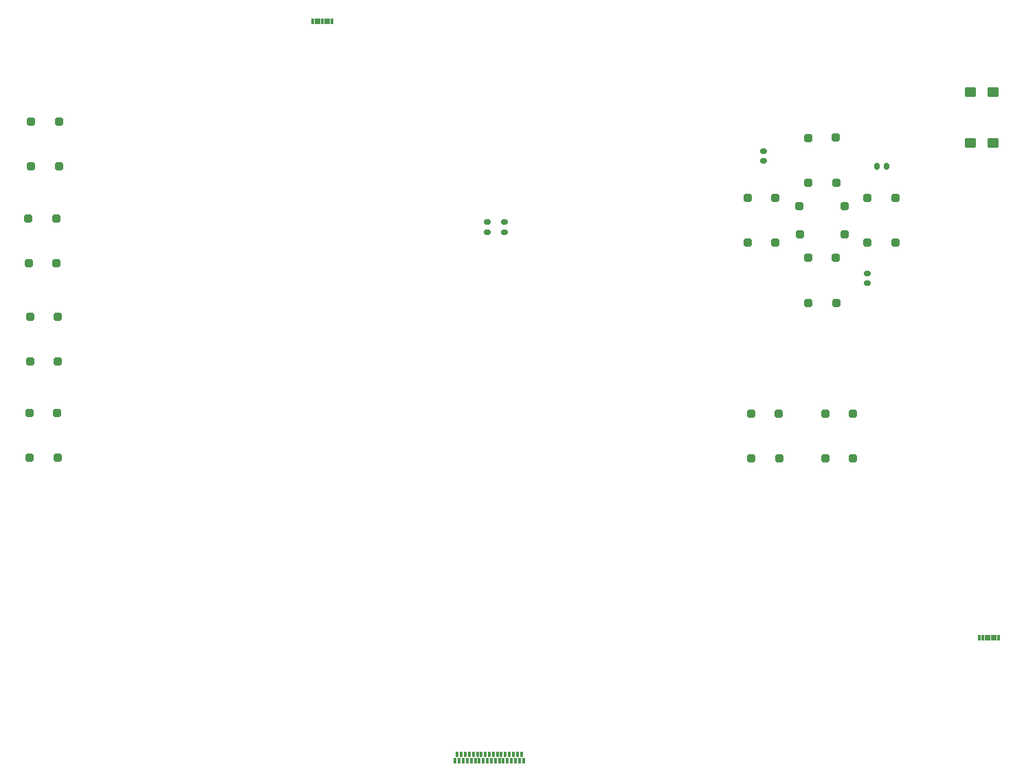
<source format=gtp>
%TF.GenerationSoftware,KiCad,Pcbnew,9.0.3*%
%TF.CreationDate,2025-08-10T18:34:40+03:00*%
%TF.ProjectId,Back,4261636b-2e6b-4696-9361-645f70636258,rev?*%
%TF.SameCoordinates,Original*%
%TF.FileFunction,Paste,Top*%
%TF.FilePolarity,Positive*%
%FSLAX46Y46*%
G04 Gerber Fmt 4.6, Leading zero omitted, Abs format (unit mm)*
G04 Created by KiCad (PCBNEW 9.0.3) date 2025-08-10 18:34:40*
%MOMM*%
%LPD*%
G01*
G04 APERTURE LIST*
G04 Aperture macros list*
%AMRoundRect*
0 Rectangle with rounded corners*
0 $1 Rounding radius*
0 $2 $3 $4 $5 $6 $7 $8 $9 X,Y pos of 4 corners*
0 Add a 4 corners polygon primitive as box body*
4,1,4,$2,$3,$4,$5,$6,$7,$8,$9,$2,$3,0*
0 Add four circle primitives for the rounded corners*
1,1,$1+$1,$2,$3*
1,1,$1+$1,$4,$5*
1,1,$1+$1,$6,$7*
1,1,$1+$1,$8,$9*
0 Add four rect primitives between the rounded corners*
20,1,$1+$1,$2,$3,$4,$5,0*
20,1,$1+$1,$4,$5,$6,$7,0*
20,1,$1+$1,$6,$7,$8,$9,0*
20,1,$1+$1,$8,$9,$2,$3,0*%
%AMFreePoly0*
4,1,7,0.150000,0.330000,0.150000,-0.365000,-0.150000,-0.365000,-0.150000,0.330000,-0.050000,0.370000,0.050000,0.370000,0.150000,0.330000,0.150000,0.330000,$1*%
%AMFreePoly1*
4,1,7,0.150000,-0.275000,0.050000,-0.315000,-0.050000,-0.315000,-0.150000,-0.275000,-0.150000,0.300000,0.150000,0.300000,0.150000,-0.275000,0.150000,-0.275000,$1*%
G04 Aperture macros list end*
%ADD10FreePoly0,0.000000*%
%ADD11FreePoly1,0.000000*%
%ADD12RoundRect,0.150000X-0.250000X0.150000X-0.250000X-0.150000X0.250000X-0.150000X0.250000X0.150000X0*%
%ADD13RoundRect,0.150000X0.250000X-0.150000X0.250000X0.150000X-0.250000X0.150000X-0.250000X-0.150000X0*%
%ADD14RoundRect,0.150000X-0.150000X-0.250000X0.150000X-0.250000X0.150000X0.250000X-0.150000X0.250000X0*%
%ADD15RoundRect,0.250000X-0.250000X-0.250000X0.250000X-0.250000X0.250000X0.250000X-0.250000X0.250000X0*%
%ADD16RoundRect,0.250000X0.250000X0.250000X-0.250000X0.250000X-0.250000X-0.250000X0.250000X-0.250000X0*%
%ADD17R,0.300000X0.730000*%
%ADD18RoundRect,0.250000X0.250000X-0.250000X0.250000X0.250000X-0.250000X0.250000X-0.250000X-0.250000X0*%
%ADD19RoundRect,0.120000X-0.580000X0.480000X-0.580000X-0.480000X0.580000X-0.480000X0.580000X0.480000X0*%
G04 APERTURE END LIST*
D10*
%TO.C,J1*%
X113803183Y-134546817D03*
D11*
X114053183Y-133796817D03*
D10*
X114297301Y-134546817D03*
D11*
X114546933Y-133796817D03*
D10*
X114791418Y-134546817D03*
D11*
X115040683Y-133796817D03*
D10*
X115285536Y-134546817D03*
D11*
X115534433Y-133796817D03*
D10*
X115779654Y-134546817D03*
D11*
X116028183Y-133796817D03*
D10*
X116273771Y-134546817D03*
D11*
X116521933Y-133796817D03*
D10*
X116767889Y-134546817D03*
D11*
X117015683Y-133796817D03*
D10*
X117262007Y-134546817D03*
D11*
X117509433Y-133796817D03*
D10*
X117756124Y-134546817D03*
D11*
X118003183Y-133796817D03*
D10*
X118250242Y-134546817D03*
D11*
X118496933Y-133796817D03*
D10*
X118744359Y-134546817D03*
D11*
X118990683Y-133796817D03*
D10*
X119238477Y-134546817D03*
D11*
X119484433Y-133796817D03*
D10*
X119732595Y-134546817D03*
D11*
X119978183Y-133796817D03*
D10*
X120226712Y-134546817D03*
D11*
X120471933Y-133796817D03*
D10*
X120720830Y-134546817D03*
D11*
X120965683Y-133796817D03*
D10*
X121214948Y-134546817D03*
D11*
X121459433Y-133796817D03*
D10*
X121709065Y-134546817D03*
D11*
X121953183Y-133796817D03*
D10*
X122203183Y-134546817D03*
%TD*%
D12*
%TO.C,C1*%
X117710000Y-68240000D03*
X117710000Y-69450000D03*
%TD*%
%TO.C,C2*%
X119860000Y-68236817D03*
X119860000Y-69446817D03*
%TD*%
D13*
%TO.C,R3*%
X164610000Y-75725000D03*
X164610000Y-74515000D03*
%TD*%
D14*
%TO.C,R2*%
X165720000Y-61340000D03*
X166930000Y-61340000D03*
%TD*%
D13*
%TO.C,R1*%
X151750000Y-60705000D03*
X151750000Y-59495000D03*
%TD*%
D15*
%TO.C,SW11*%
X61375000Y-91740000D03*
X61385000Y-97270000D03*
X64785000Y-91730000D03*
X64795000Y-97260000D03*
%TD*%
%TO.C,SW2*%
X164600000Y-65240000D03*
X164610000Y-70770000D03*
X168010000Y-65230000D03*
X168020000Y-70760000D03*
%TD*%
%TO.C,SW5*%
X157300000Y-57840000D03*
X157310000Y-63370000D03*
X160710000Y-57830000D03*
X160720000Y-63360000D03*
%TD*%
D16*
%TO.C,SW10*%
X64825000Y-85410000D03*
X64815000Y-79880000D03*
X61415000Y-85420000D03*
X61405000Y-79890000D03*
%TD*%
D15*
%TO.C,SW6*%
X150280000Y-91800000D03*
X150290000Y-97330000D03*
X153690000Y-91790000D03*
X153700000Y-97320000D03*
%TD*%
%TO.C,SW8*%
X61550000Y-55840000D03*
X61560000Y-61370000D03*
X64960000Y-55830000D03*
X64970000Y-61360000D03*
%TD*%
D17*
%TO.C,J4*%
X98595000Y-43520000D03*
X98206000Y-43520000D03*
X97818000Y-43520000D03*
X97430000Y-43520000D03*
X97042000Y-43520000D03*
X96654000Y-43520000D03*
X96265000Y-43520000D03*
%TD*%
D18*
%TO.C,SW1*%
X156240000Y-69700000D03*
X161770000Y-69690000D03*
X156230000Y-66290000D03*
X161760000Y-66280000D03*
%TD*%
D15*
%TO.C,SW3*%
X157300000Y-72640000D03*
X157310000Y-78170000D03*
X160710000Y-72630000D03*
X160720000Y-78160000D03*
%TD*%
%TO.C,SW4*%
X149800000Y-65240000D03*
X149810000Y-70770000D03*
X153210000Y-65230000D03*
X153220000Y-70760000D03*
%TD*%
D17*
%TO.C,J3*%
X178405000Y-119410000D03*
X178794000Y-119410000D03*
X179182000Y-119410000D03*
X179570000Y-119410000D03*
X179958000Y-119410000D03*
X180346000Y-119410000D03*
X180735000Y-119410000D03*
%TD*%
D15*
%TO.C,SW7*%
X159370000Y-91800000D03*
X159380000Y-97330000D03*
X162780000Y-91790000D03*
X162790000Y-97320000D03*
%TD*%
D19*
%TO.C,SW13*%
X180070000Y-52240000D03*
X177280000Y-52240000D03*
X180050000Y-58470000D03*
X177290000Y-58470000D03*
%TD*%
D15*
%TO.C,SW9*%
X61225000Y-67780000D03*
X61235000Y-73310000D03*
X64635000Y-67770000D03*
X64645000Y-73300000D03*
%TD*%
M02*

</source>
